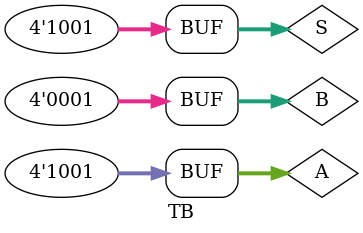
<source format=v>
`timescale 1ns / 1ps


module TB;
wire [3:0]Add, Diff, Twos, Inc, Dec, Bit_and, Bit_or, Bit_xor, Ones, Sh_left, Sh_right, Ar_right, Ro_left, Ro_right;
wire [3:0]y;
wire Cout;
reg [3:0]A,B,S;

alu dut(Add, Diff, Twos, Inc, Dec, Bit_and, Bit_or, Bit_xor, Ones, Sh_left, Sh_right, Ar_right, Ro_left, Ro_right, y, Cout, A,B,S);

initial begin
A = 4'b1001; B = 4'b0001;
#10 S = 4'b0000;
#10 S = 4'b1100;
#10 S = 4'b1001;
end
endmodule

</source>
